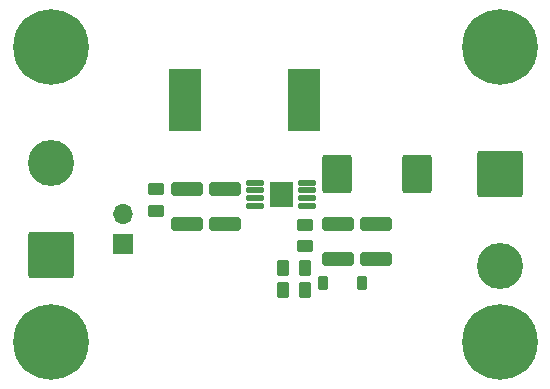
<source format=gts>
%TF.GenerationSoftware,KiCad,Pcbnew,7.0.6*%
%TF.CreationDate,2023-07-17T23:29:13+02:00*%
%TF.ProjectId,bulb_driver,62756c62-5f64-4726-9976-65722e6b6963,rev?*%
%TF.SameCoordinates,Original*%
%TF.FileFunction,Soldermask,Top*%
%TF.FilePolarity,Negative*%
%FSLAX46Y46*%
G04 Gerber Fmt 4.6, Leading zero omitted, Abs format (unit mm)*
G04 Created by KiCad (PCBNEW 7.0.6) date 2023-07-17 23:29:13*
%MOMM*%
%LPD*%
G01*
G04 APERTURE LIST*
G04 Aperture macros list*
%AMRoundRect*
0 Rectangle with rounded corners*
0 $1 Rounding radius*
0 $2 $3 $4 $5 $6 $7 $8 $9 X,Y pos of 4 corners*
0 Add a 4 corners polygon primitive as box body*
4,1,4,$2,$3,$4,$5,$6,$7,$8,$9,$2,$3,0*
0 Add four circle primitives for the rounded corners*
1,1,$1+$1,$2,$3*
1,1,$1+$1,$4,$5*
1,1,$1+$1,$6,$7*
1,1,$1+$1,$8,$9*
0 Add four rect primitives between the rounded corners*
20,1,$1+$1,$2,$3,$4,$5,0*
20,1,$1+$1,$4,$5,$6,$7,0*
20,1,$1+$1,$6,$7,$8,$9,0*
20,1,$1+$1,$8,$9,$2,$3,0*%
G04 Aperture macros list end*
%ADD10C,0.050000*%
%ADD11RoundRect,0.250000X1.100000X-0.325000X1.100000X0.325000X-1.100000X0.325000X-1.100000X-0.325000X0*%
%ADD12RoundRect,0.250000X-0.450000X0.262500X-0.450000X-0.262500X0.450000X-0.262500X0.450000X0.262500X0*%
%ADD13RoundRect,0.250002X-1.699998X1.699998X-1.699998X-1.699998X1.699998X-1.699998X1.699998X1.699998X0*%
%ADD14C,3.900000*%
%ADD15RoundRect,0.250002X1.699998X-1.699998X1.699998X1.699998X-1.699998X1.699998X-1.699998X-1.699998X0*%
%ADD16RoundRect,0.250000X0.262500X0.450000X-0.262500X0.450000X-0.262500X-0.450000X0.262500X-0.450000X0*%
%ADD17C,0.800000*%
%ADD18C,6.400000*%
%ADD19RoundRect,0.250000X-1.100000X0.325000X-1.100000X-0.325000X1.100000X-0.325000X1.100000X0.325000X0*%
%ADD20RoundRect,0.125000X-0.600000X-0.125000X0.600000X-0.125000X0.600000X0.125000X-0.600000X0.125000X0*%
%ADD21RoundRect,0.250000X-1.000000X1.400000X-1.000000X-1.400000X1.000000X-1.400000X1.000000X1.400000X0*%
%ADD22R,2.800000X5.300000*%
%ADD23R,1.700000X1.700000*%
%ADD24O,1.700000X1.700000*%
%ADD25RoundRect,0.225000X0.225000X0.375000X-0.225000X0.375000X-0.225000X-0.375000X0.225000X-0.375000X0*%
G04 APERTURE END LIST*
D10*
%TO.C,U1*%
X109050000Y-81500000D02*
X110950000Y-81500000D01*
X110950000Y-81500000D02*
X110950000Y-83500000D01*
X110950000Y-83500000D02*
X109050000Y-83500000D01*
X109050000Y-83500000D02*
X109050000Y-81500000D01*
G36*
X109050000Y-81500000D02*
G01*
X110950000Y-81500000D01*
X110950000Y-83500000D01*
X109050000Y-83500000D01*
X109050000Y-81500000D01*
G37*
%TD*%
D11*
%TO.C,C2*%
X114800000Y-87975000D03*
X114800000Y-85025000D03*
%TD*%
D12*
%TO.C,R2*%
X112000000Y-85087500D03*
X112000000Y-86912500D03*
%TD*%
D13*
%TO.C,J3*%
X128500000Y-80800000D03*
D14*
X128500000Y-88600000D03*
%TD*%
D12*
%TO.C,R3*%
X99400000Y-82075000D03*
X99400000Y-83900000D03*
%TD*%
D15*
%TO.C,J1*%
X90500000Y-87650000D03*
D14*
X90500000Y-79850000D03*
%TD*%
D11*
%TO.C,C4*%
X118000000Y-87975000D03*
X118000000Y-85025000D03*
%TD*%
D16*
%TO.C,R4*%
X112000000Y-90600000D03*
X110175000Y-90600000D03*
%TD*%
D17*
%TO.C,H1*%
X126100000Y-95000000D03*
X126802944Y-93302944D03*
X126802944Y-96697056D03*
X128500000Y-92600000D03*
D18*
X128500000Y-95000000D03*
D17*
X128500000Y-97400000D03*
X130197056Y-93302944D03*
X130197056Y-96697056D03*
X130900000Y-95000000D03*
%TD*%
%TO.C,H2*%
X126100000Y-70000000D03*
X126802944Y-68302944D03*
X126802944Y-71697056D03*
X128500000Y-67600000D03*
D18*
X128500000Y-70000000D03*
D17*
X128500000Y-72400000D03*
X130197056Y-68302944D03*
X130197056Y-71697056D03*
X130900000Y-70000000D03*
%TD*%
D19*
%TO.C,C3*%
X105200000Y-82025000D03*
X105200000Y-84975000D03*
%TD*%
D17*
%TO.C,H4*%
X88100000Y-70000000D03*
X88802944Y-68302944D03*
X88802944Y-71697056D03*
X90500000Y-67600000D03*
D18*
X90500000Y-70000000D03*
D17*
X90500000Y-72400000D03*
X92197056Y-68302944D03*
X92197056Y-71697056D03*
X92900000Y-70000000D03*
%TD*%
D19*
%TO.C,C1*%
X102000000Y-84975000D03*
X102000000Y-82025000D03*
%TD*%
D17*
%TO.C,H3*%
X88100000Y-95000000D03*
X88802944Y-93302944D03*
X88802944Y-96697056D03*
X90500000Y-92600000D03*
D18*
X90500000Y-95000000D03*
D17*
X90500000Y-97400000D03*
X92197056Y-93302944D03*
X92197056Y-96697056D03*
X92900000Y-95000000D03*
%TD*%
D20*
%TO.C,U1*%
X112200000Y-81525000D03*
X112200000Y-82175000D03*
X112200000Y-82825000D03*
X112200000Y-83475000D03*
X107800000Y-83475000D03*
X107800000Y-82825000D03*
X107800000Y-82175000D03*
X107800000Y-81525000D03*
%TD*%
D21*
%TO.C,D1*%
X121500000Y-80800000D03*
X114700000Y-80800000D03*
%TD*%
D22*
%TO.C,L1*%
X111950000Y-74500000D03*
X101850000Y-74500000D03*
%TD*%
D16*
%TO.C,R1*%
X112000000Y-88700000D03*
X110175000Y-88700000D03*
%TD*%
D23*
%TO.C,J2*%
X96600000Y-86740000D03*
D24*
X96600000Y-84200000D03*
%TD*%
D25*
%TO.C,D2*%
X116850000Y-90000000D03*
X113550000Y-90000000D03*
%TD*%
M02*

</source>
